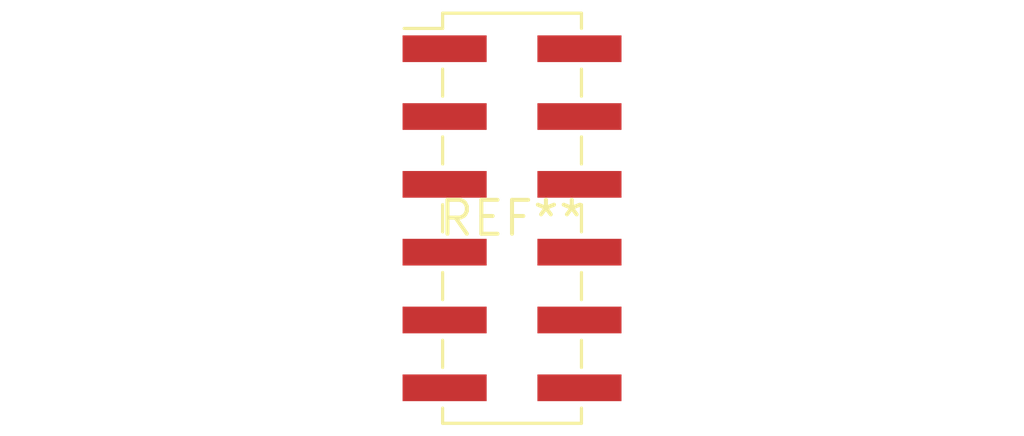
<source format=kicad_pcb>
(kicad_pcb (version 20240108) (generator pcbnew)
  (layers (0 "F.Cu" signal) (31 "B.Cu" signal) (34 "B.Paste" user) (35 "F.Paste" user) (36 "B.SilkS" user "B.Silkscreen") (37 "F.SilkS" user "F.Silkscreen") (38 "B.Mask" user) (39 "F.Mask" user) (44 "Edge.Cuts" user))
  (net 0 "")
  (footprint "PinHeader_2x06_P2.54mm_Vertical_SMD" (layer "F.Cu") (at 0 0)
    (property "Reference" "REF**")
    (property "Value" "PinHeader_2x06_P2.54mm_Vertical_SMD")
    (fp_line (start -4.04 -7.11) (end -2.6 -7.11) (layer "F.SilkS") (stroke (width 0.12)))
    (fp_line (start -2.6 -7.68) (end -2.6 -7.11) (layer "F.SilkS") (stroke (width 0.12)))
    (fp_line (start -2.6 -7.68) (end 2.6 -7.68) (layer "F.SilkS") (stroke (width 0.12)))
    (fp_line (start -2.6 -5.59) (end -2.6 -4.57) (layer "F.SilkS") (stroke (width 0.12)))
    (fp_line (start -2.6 -3.05) (end -2.6 -2.03) (layer "F.SilkS") (stroke (width 0.12)))
    (fp_line (start -2.6 -0.51) (end -2.6 0.51) (layer "F.SilkS") (stroke (width 0.12)))
    (fp_line (start -2.6 2.03) (end -2.6 3.05) (layer "F.SilkS") (stroke (width 0.12)))
    (fp_line (start -2.6 4.57) (end -2.6 5.59) (layer "F.SilkS") (stroke (width 0.12)))
    (fp_line (start -2.6 7.11) (end -2.6 7.68) (layer "F.SilkS") (stroke (width 0.12)))
    (fp_line (start -2.6 7.68) (end 2.6 7.68) (layer "F.SilkS") (stroke (width 0.12)))
    (fp_line (start 2.6 -7.68) (end 2.6 -7.11) (layer "F.SilkS") (stroke (width 0.12)))
    (fp_line (start 2.6 -5.59) (end 2.6 -4.57) (layer "F.SilkS") (stroke (width 0.12)))
    (fp_line (start 2.6 -3.05) (end 2.6 -2.03) (layer "F.SilkS") (stroke (width 0.12)))
    (fp_line (start 2.6 -0.51) (end 2.6 0.51) (layer "F.SilkS") (stroke (width 0.12)))
    (fp_line (start 2.6 2.03) (end 2.6 3.05) (layer "F.SilkS") (stroke (width 0.12)))
    (fp_line (start 2.6 4.57) (end 2.6 5.59) (layer "F.SilkS") (stroke (width 0.12)))
    (fp_line (start 2.6 7.11) (end 2.6 7.68) (layer "F.SilkS") (stroke (width 0.12)))
    (pad "1" smd rect (at -2.525 -6.35) (size 3.15 1) (layers "F.Cu" "F.Paste" "F.Mask"))
    (pad "2" smd rect (at 2.525 -6.35) (size 3.15 1) (layers "F.Cu" "F.Paste" "F.Mask"))
    (pad "3" smd rect (at -2.525 -3.81) (size 3.15 1) (layers "F.Cu" "F.Paste" "F.Mask"))
    (pad "4" smd rect (at 2.525 -3.81) (size 3.15 1) (layers "F.Cu" "F.Paste" "F.Mask"))
    (pad "5" smd rect (at -2.525 -1.27) (size 3.15 1) (layers "F.Cu" "F.Paste" "F.Mask"))
    (pad "6" smd rect (at 2.525 -1.27) (size 3.15 1) (layers "F.Cu" "F.Paste" "F.Mask"))
    (pad "7" smd rect (at -2.525 1.27) (size 3.15 1) (layers "F.Cu" "F.Paste" "F.Mask"))
    (pad "8" smd rect (at 2.525 1.27) (size 3.15 1) (layers "F.Cu" "F.Paste" "F.Mask"))
    (pad "9" smd rect (at -2.525 3.81) (size 3.15 1) (layers "F.Cu" "F.Paste" "F.Mask"))
    (pad "10" smd rect (at 2.525 3.81) (size 3.15 1) (layers "F.Cu" "F.Paste" "F.Mask"))
    (pad "11" smd rect (at -2.525 6.35) (size 3.15 1) (layers "F.Cu" "F.Paste" "F.Mask"))
    (pad "12" smd rect (at 2.525 6.35) (size 3.15 1) (layers "F.Cu" "F.Paste" "F.Mask"))
  )
)
</source>
